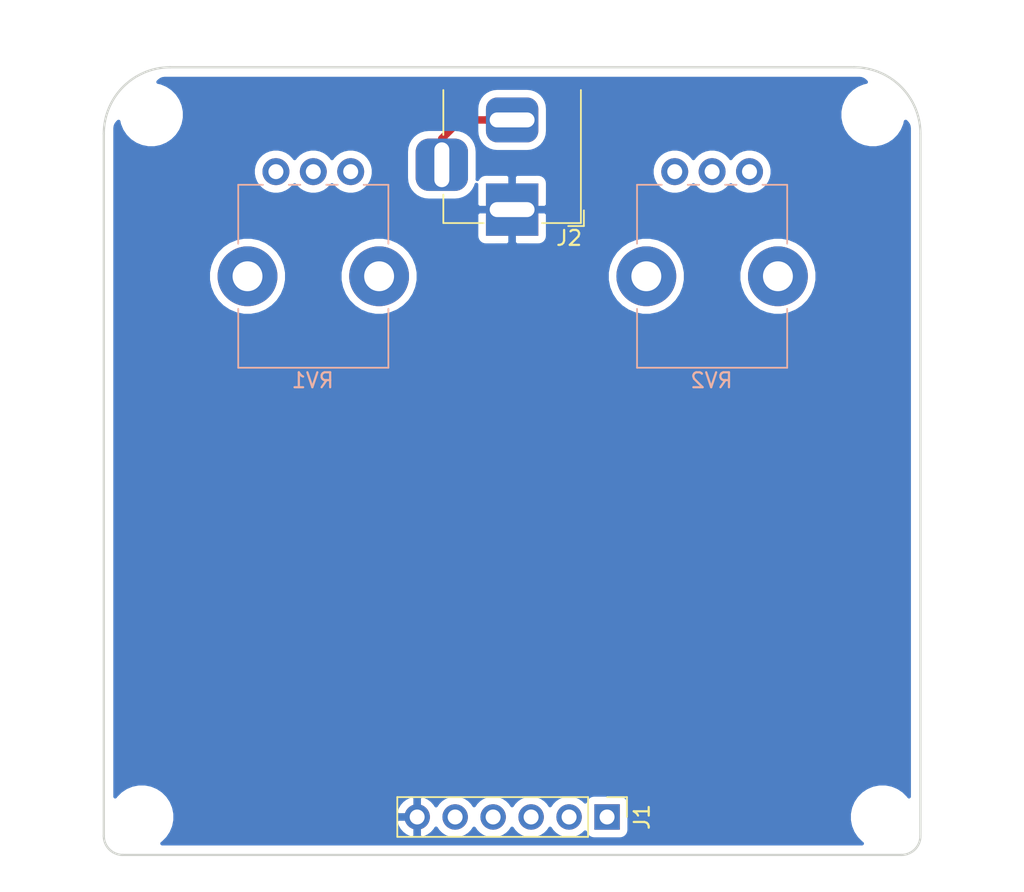
<source format=kicad_pcb>
(kicad_pcb (version 20171130) (host pcbnew 5.1.5)

  (general
    (thickness 1.6)
    (drawings 8)
    (tracks 4)
    (zones 0)
    (modules 8)
    (nets 13)
  )

  (page A4)
  (title_block
    (title "Pedal Template")
    (date 2020-03-11)
    (rev r01)
    (company "Nuclear Lighthouse Studios")
    (comment 1 "CC BY-SA")
  )

  (layers
    (0 F.Cu signal)
    (31 B.Cu signal)
    (36 B.SilkS user)
    (37 F.SilkS user)
    (38 B.Mask user)
    (39 F.Mask user)
    (44 Edge.Cuts user)
    (45 Margin user)
    (46 B.CrtYd user)
    (47 F.CrtYd user)
    (48 B.Fab user)
    (49 F.Fab user)
  )

  (setup
    (last_trace_width 0.5)
    (trace_clearance 0.25)
    (zone_clearance 0.508)
    (zone_45_only no)
    (trace_min 0.2)
    (via_size 0.8)
    (via_drill 0.4)
    (via_min_size 0.4)
    (via_min_drill 0.3)
    (uvia_size 0.3)
    (uvia_drill 0.1)
    (uvias_allowed no)
    (uvia_min_size 0.2)
    (uvia_min_drill 0.1)
    (edge_width 0.15)
    (segment_width 0.2)
    (pcb_text_width 0.3)
    (pcb_text_size 1.5 1.5)
    (mod_edge_width 0.15)
    (mod_text_size 1 1)
    (mod_text_width 0.15)
    (pad_size 1.524 1.524)
    (pad_drill 0.762)
    (pad_to_mask_clearance 0.051)
    (solder_mask_min_width 0.25)
    (aux_axis_origin 0 0)
    (grid_origin 115.57 73.66)
    (visible_elements FFFFFF7F)
    (pcbplotparams
      (layerselection 0x010f0_ffffffff)
      (usegerberextensions false)
      (usegerberattributes false)
      (usegerberadvancedattributes false)
      (creategerberjobfile false)
      (excludeedgelayer true)
      (linewidth 0.150000)
      (plotframeref false)
      (viasonmask false)
      (mode 1)
      (useauxorigin false)
      (hpglpennumber 1)
      (hpglpenspeed 20)
      (hpglpendiameter 15.000000)
      (psnegative false)
      (psa4output false)
      (plotreference true)
      (plotvalue true)
      (plotinvisibletext false)
      (padsonsilk false)
      (subtractmaskfromsilk false)
      (outputformat 1)
      (mirror false)
      (drillshape 0)
      (scaleselection 1)
      (outputdirectory "gerber/"))
  )

  (net 0 "")
  (net 1 GND)
  (net 2 +9V)
  (net 3 Input)
  (net 4 Output)
  (net 5 +9VA)
  (net 6 "Net-(RV1-Pad1)")
  (net 7 "Net-(RV2-Pad1)")
  (net 8 -9VA)
  (net 9 "Net-(RV1-Pad3)")
  (net 10 "Net-(RV1-Pad2)")
  (net 11 "Net-(RV2-Pad3)")
  (net 12 "Net-(RV2-Pad2)")

  (net_class Default "This is the default net class."
    (clearance 0.25)
    (trace_width 0.5)
    (via_dia 0.8)
    (via_drill 0.4)
    (uvia_dia 0.3)
    (uvia_drill 0.1)
    (add_net +9V)
    (add_net +9VA)
    (add_net -9VA)
    (add_net GND)
    (add_net Input)
    (add_net "Net-(RV1-Pad1)")
    (add_net "Net-(RV1-Pad2)")
    (add_net "Net-(RV1-Pad3)")
    (add_net "Net-(RV2-Pad1)")
    (add_net "Net-(RV2-Pad2)")
    (add_net "Net-(RV2-Pad3)")
    (add_net Output)
  )

  (module Potentiometer_THT:Potentiometer_Alps_RK09K_Single_Vertical (layer B.Cu) (tedit 5A3D4993) (tstamp 5D0A45CE)
    (at 104.775 60.325 270)
    (descr "Potentiometer, vertical, Alps RK09K Single, http://www.alps.com/prod/info/E/HTML/Potentiometer/RotaryPotentiometers/RK09K/RK09K_list.html")
    (tags "Potentiometer vertical Alps RK09K Single")
    (path /5E6C0A94)
    (fp_text reference RV1 (at 13.97 2.54 180) (layer B.SilkS)
      (effects (font (size 1 1) (thickness 0.15)) (justify mirror))
    )
    (fp_text value 100k (at 6.05 -5.15 90) (layer B.Fab)
      (effects (font (size 1 1) (thickness 0.15)) (justify mirror))
    )
    (fp_circle (center 7.5 2.5) (end 10.5 2.5) (layer B.Fab) (width 0.1))
    (fp_line (start 1 7.4) (end 1 -2.4) (layer B.Fab) (width 0.1))
    (fp_line (start 1 -2.4) (end 13 -2.4) (layer B.Fab) (width 0.1))
    (fp_line (start 13 -2.4) (end 13 7.4) (layer B.Fab) (width 0.1))
    (fp_line (start 13 7.4) (end 1 7.4) (layer B.Fab) (width 0.1))
    (fp_line (start 0.88 7.521) (end 4.817 7.521) (layer B.SilkS) (width 0.12))
    (fp_line (start 9.184 7.521) (end 13.12 7.521) (layer B.SilkS) (width 0.12))
    (fp_line (start 0.88 -2.52) (end 4.817 -2.52) (layer B.SilkS) (width 0.12))
    (fp_line (start 9.184 -2.52) (end 13.12 -2.52) (layer B.SilkS) (width 0.12))
    (fp_line (start 0.88 7.521) (end 0.88 5.871) (layer B.SilkS) (width 0.12))
    (fp_line (start 0.88 4.129) (end 0.88 3.37) (layer B.SilkS) (width 0.12))
    (fp_line (start 0.88 1.629) (end 0.88 0.87) (layer B.SilkS) (width 0.12))
    (fp_line (start 0.88 -0.87) (end 0.88 -2.52) (layer B.SilkS) (width 0.12))
    (fp_line (start 13.12 7.521) (end 13.12 -2.52) (layer B.SilkS) (width 0.12))
    (fp_line (start -1.15 9.15) (end -1.15 -4.15) (layer B.CrtYd) (width 0.05))
    (fp_line (start -1.15 -4.15) (end 13.25 -4.15) (layer B.CrtYd) (width 0.05))
    (fp_line (start 13.25 -4.15) (end 13.25 9.15) (layer B.CrtYd) (width 0.05))
    (fp_line (start 13.25 9.15) (end -1.15 9.15) (layer B.CrtYd) (width 0.05))
    (fp_text user %R (at 2 2.5 180) (layer B.Fab)
      (effects (font (size 1 1) (thickness 0.15)) (justify mirror))
    )
    (pad 3 thru_hole circle (at 0 5 270) (size 1.8 1.8) (drill 1) (layers *.Cu *.Mask)
      (net 9 "Net-(RV1-Pad3)"))
    (pad 2 thru_hole circle (at 0 2.5 270) (size 1.8 1.8) (drill 1) (layers *.Cu *.Mask)
      (net 10 "Net-(RV1-Pad2)"))
    (pad 1 thru_hole circle (at 0 0 270) (size 1.8 1.8) (drill 1) (layers *.Cu *.Mask)
      (net 6 "Net-(RV1-Pad1)"))
    (pad "" np_thru_hole circle (at 7 6.9 270) (size 4 4) (drill 2) (layers *.Cu *.Mask))
    (pad "" np_thru_hole circle (at 7 -1.9 270) (size 4 4) (drill 2) (layers *.Cu *.Mask))
    (model ../../Libs/3D/RK09D1130-25.STEP
      (offset (xyz 7 2.5 6))
      (scale (xyz 1 1 1))
      (rotate (xyz 0 180 90))
    )
  )

  (module Potentiometer_THT:Potentiometer_Alps_RK09K_Single_Vertical (layer B.Cu) (tedit 5A3D4993) (tstamp 5D0A7467)
    (at 131.445 60.325 270)
    (descr "Potentiometer, vertical, Alps RK09K Single, http://www.alps.com/prod/info/E/HTML/Potentiometer/RotaryPotentiometers/RK09K/RK09K_list.html")
    (tags "Potentiometer vertical Alps RK09K Single")
    (path /5E6C0A8E)
    (fp_text reference RV2 (at 13.97 2.54 180) (layer B.SilkS)
      (effects (font (size 1 1) (thickness 0.15)) (justify mirror))
    )
    (fp_text value 100k (at 6.05 -5.15 90) (layer B.Fab)
      (effects (font (size 1 1) (thickness 0.15)) (justify mirror))
    )
    (fp_circle (center 7.5 2.5) (end 10.5 2.5) (layer B.Fab) (width 0.1))
    (fp_line (start 1 7.4) (end 1 -2.4) (layer B.Fab) (width 0.1))
    (fp_line (start 1 -2.4) (end 13 -2.4) (layer B.Fab) (width 0.1))
    (fp_line (start 13 -2.4) (end 13 7.4) (layer B.Fab) (width 0.1))
    (fp_line (start 13 7.4) (end 1 7.4) (layer B.Fab) (width 0.1))
    (fp_line (start 0.88 7.521) (end 4.817 7.521) (layer B.SilkS) (width 0.12))
    (fp_line (start 9.184 7.521) (end 13.12 7.521) (layer B.SilkS) (width 0.12))
    (fp_line (start 0.88 -2.52) (end 4.817 -2.52) (layer B.SilkS) (width 0.12))
    (fp_line (start 9.184 -2.52) (end 13.12 -2.52) (layer B.SilkS) (width 0.12))
    (fp_line (start 0.88 7.521) (end 0.88 5.871) (layer B.SilkS) (width 0.12))
    (fp_line (start 0.88 4.129) (end 0.88 3.37) (layer B.SilkS) (width 0.12))
    (fp_line (start 0.88 1.629) (end 0.88 0.87) (layer B.SilkS) (width 0.12))
    (fp_line (start 0.88 -0.87) (end 0.88 -2.52) (layer B.SilkS) (width 0.12))
    (fp_line (start 13.12 7.521) (end 13.12 -2.52) (layer B.SilkS) (width 0.12))
    (fp_line (start -1.15 9.15) (end -1.15 -4.15) (layer B.CrtYd) (width 0.05))
    (fp_line (start -1.15 -4.15) (end 13.25 -4.15) (layer B.CrtYd) (width 0.05))
    (fp_line (start 13.25 -4.15) (end 13.25 9.15) (layer B.CrtYd) (width 0.05))
    (fp_line (start 13.25 9.15) (end -1.15 9.15) (layer B.CrtYd) (width 0.05))
    (fp_text user %R (at 2 2.5 180) (layer B.Fab)
      (effects (font (size 1 1) (thickness 0.15)) (justify mirror))
    )
    (pad 3 thru_hole circle (at 0 5 270) (size 1.8 1.8) (drill 1) (layers *.Cu *.Mask)
      (net 11 "Net-(RV2-Pad3)"))
    (pad 2 thru_hole circle (at 0 2.5 270) (size 1.8 1.8) (drill 1) (layers *.Cu *.Mask)
      (net 12 "Net-(RV2-Pad2)"))
    (pad 1 thru_hole circle (at 0 0 270) (size 1.8 1.8) (drill 1) (layers *.Cu *.Mask)
      (net 7 "Net-(RV2-Pad1)"))
    (pad "" np_thru_hole circle (at 7 6.9 270) (size 4 4) (drill 2) (layers *.Cu *.Mask))
    (pad "" np_thru_hole circle (at 7 -1.9 270) (size 4 4) (drill 2) (layers *.Cu *.Mask))
    (model ../../Libs/3D/RK09D1130-25.STEP
      (offset (xyz 7 2.5 6))
      (scale (xyz 1 1 1))
      (rotate (xyz 0 180 90))
    )
  )

  (module Connector_PinHeader_2.54mm:PinHeader_1x06_P2.54mm_Vertical (layer F.Cu) (tedit 59FED5CC) (tstamp 5BFC548B)
    (at 121.92 103.505 270)
    (descr "Through hole straight pin header, 1x06, 2.54mm pitch, single row")
    (tags "Through hole pin header THT 1x06 2.54mm single row")
    (path /5D2BD68E)
    (fp_text reference J1 (at 0 -2.33 90) (layer F.SilkS)
      (effects (font (size 1 1) (thickness 0.15)))
    )
    (fp_text value Conn_01x06_Female (at 3.175 6.35 180) (layer F.Fab)
      (effects (font (size 1 1) (thickness 0.15)))
    )
    (fp_text user %R (at 0 6.35) (layer F.Fab)
      (effects (font (size 1 1) (thickness 0.15)))
    )
    (fp_line (start 1.8 -1.8) (end -1.8 -1.8) (layer F.CrtYd) (width 0.05))
    (fp_line (start 1.8 14.5) (end 1.8 -1.8) (layer F.CrtYd) (width 0.05))
    (fp_line (start -1.8 14.5) (end 1.8 14.5) (layer F.CrtYd) (width 0.05))
    (fp_line (start -1.8 -1.8) (end -1.8 14.5) (layer F.CrtYd) (width 0.05))
    (fp_line (start -1.33 -1.33) (end 0 -1.33) (layer F.SilkS) (width 0.12))
    (fp_line (start -1.33 0) (end -1.33 -1.33) (layer F.SilkS) (width 0.12))
    (fp_line (start -1.33 1.27) (end 1.33 1.27) (layer F.SilkS) (width 0.12))
    (fp_line (start 1.33 1.27) (end 1.33 14.03) (layer F.SilkS) (width 0.12))
    (fp_line (start -1.33 1.27) (end -1.33 14.03) (layer F.SilkS) (width 0.12))
    (fp_line (start -1.33 14.03) (end 1.33 14.03) (layer F.SilkS) (width 0.12))
    (fp_line (start -1.27 -0.635) (end -0.635 -1.27) (layer F.Fab) (width 0.1))
    (fp_line (start -1.27 13.97) (end -1.27 -0.635) (layer F.Fab) (width 0.1))
    (fp_line (start 1.27 13.97) (end -1.27 13.97) (layer F.Fab) (width 0.1))
    (fp_line (start 1.27 -1.27) (end 1.27 13.97) (layer F.Fab) (width 0.1))
    (fp_line (start -0.635 -1.27) (end 1.27 -1.27) (layer F.Fab) (width 0.1))
    (pad 6 thru_hole oval (at 0 12.7 270) (size 1.7 1.7) (drill 1) (layers *.Cu *.Mask)
      (net 1 GND))
    (pad 5 thru_hole oval (at 0 10.16 270) (size 1.7 1.7) (drill 1) (layers *.Cu *.Mask)
      (net 2 +9V))
    (pad 4 thru_hole oval (at 0 7.62 270) (size 1.7 1.7) (drill 1) (layers *.Cu *.Mask)
      (net 3 Input))
    (pad 3 thru_hole oval (at 0 5.08 270) (size 1.7 1.7) (drill 1) (layers *.Cu *.Mask)
      (net 4 Output))
    (pad 2 thru_hole oval (at 0 2.54 270) (size 1.7 1.7) (drill 1) (layers *.Cu *.Mask)
      (net 8 -9VA))
    (pad 1 thru_hole rect (at 0 0 270) (size 1.7 1.7) (drill 1) (layers *.Cu *.Mask)
      (net 5 +9VA))
    (model ${KISYS3DMOD}/Connector_PinHeader_2.54mm.3dshapes/PinHeader_1x06_P2.54mm_Vertical.wrl
      (at (xyz 0 0 0))
      (scale (xyz 1 1 1))
      (rotate (xyz 0 0 0))
    )
  )

  (module MountingHole:MountingHole_3.2mm_M3 locked (layer F.Cu) (tedit 56D1B4CB) (tstamp 5D0A81F9)
    (at 90.805 103.505)
    (descr "Mounting Hole 3.2mm, no annular, M3")
    (tags "mounting hole 3.2mm no annular m3")
    (attr virtual)
    (fp_text reference REF** (at 0 -4.2) (layer F.SilkS) hide
      (effects (font (size 1 1) (thickness 0.15)))
    )
    (fp_text value MountingHole_3.2mm_M3 (at 0 4.2) (layer F.Fab)
      (effects (font (size 1 1) (thickness 0.15)))
    )
    (fp_circle (center 0 0) (end 3.45 0) (layer F.CrtYd) (width 0.05))
    (fp_circle (center 0 0) (end 3.2 0) (layer Cmts.User) (width 0.15))
    (fp_text user %R (at 0.3 0) (layer F.Fab) hide
      (effects (font (size 1 1) (thickness 0.15)))
    )
    (pad 1 np_thru_hole circle (at 0 0) (size 3.2 3.2) (drill 3.2) (layers *.Cu *.Mask))
  )

  (module MountingHole:MountingHole_3.2mm_M3 locked (layer F.Cu) (tedit 56D1B4CB) (tstamp 5D0A81EB)
    (at 140.335 103.505)
    (descr "Mounting Hole 3.2mm, no annular, M3")
    (tags "mounting hole 3.2mm no annular m3")
    (attr virtual)
    (fp_text reference REF** (at 0 -4.2) (layer F.SilkS) hide
      (effects (font (size 1 1) (thickness 0.15)))
    )
    (fp_text value MountingHole_3.2mm_M3 (at 0 4.2) (layer F.Fab)
      (effects (font (size 1 1) (thickness 0.15)))
    )
    (fp_text user %R (at 0.3 0) (layer F.Fab) hide
      (effects (font (size 1 1) (thickness 0.15)))
    )
    (fp_circle (center 0 0) (end 3.2 0) (layer Cmts.User) (width 0.15))
    (fp_circle (center 0 0) (end 3.45 0) (layer F.CrtYd) (width 0.05))
    (pad 1 np_thru_hole circle (at 0 0) (size 3.2 3.2) (drill 3.2) (layers *.Cu *.Mask))
  )

  (module MountingHole:MountingHole_3.2mm_M3 locked (layer F.Cu) (tedit 56D1B4CB) (tstamp 5D0A81B9)
    (at 91.44 56.515)
    (descr "Mounting Hole 3.2mm, no annular, M3")
    (tags "mounting hole 3.2mm no annular m3")
    (attr virtual)
    (fp_text reference REF** (at 0 -4.2) (layer F.SilkS) hide
      (effects (font (size 1 1) (thickness 0.15)))
    )
    (fp_text value MountingHole_3.2mm_M3 (at 0 4.2) (layer F.Fab)
      (effects (font (size 1 1) (thickness 0.15)))
    )
    (fp_text user %R (at 0.3 0) (layer F.Fab) hide
      (effects (font (size 1 1) (thickness 0.15)))
    )
    (fp_circle (center 0 0) (end 3.2 0) (layer Cmts.User) (width 0.15))
    (fp_circle (center 0 0) (end 3.45 0) (layer F.CrtYd) (width 0.05))
    (pad 1 np_thru_hole circle (at 0 0) (size 3.2 3.2) (drill 3.2) (layers *.Cu *.Mask))
  )

  (module MountingHole:MountingHole_3.2mm_M3 locked (layer F.Cu) (tedit 56D1B4CB) (tstamp 5D0A8189)
    (at 139.7 56.515)
    (descr "Mounting Hole 3.2mm, no annular, M3")
    (tags "mounting hole 3.2mm no annular m3")
    (attr virtual)
    (fp_text reference REF** (at 0 -4.2) (layer F.SilkS) hide
      (effects (font (size 1 1) (thickness 0.15)))
    )
    (fp_text value MountingHole_3.2mm_M3 (at 0 4.2) (layer F.Fab)
      (effects (font (size 1 1) (thickness 0.15)))
    )
    (fp_circle (center 0 0) (end 3.45 0) (layer F.CrtYd) (width 0.05))
    (fp_circle (center 0 0) (end 3.2 0) (layer Cmts.User) (width 0.15))
    (fp_text user %R (at 0.3 0) (layer F.Fab) hide
      (effects (font (size 1 1) (thickness 0.15)))
    )
    (pad 1 np_thru_hole circle (at 0 0) (size 3.2 3.2) (drill 3.2) (layers *.Cu *.Mask))
  )

  (module NLS:BarrelJack_Horizontal_Short (layer F.Cu) (tedit 5BFAC8AC) (tstamp 5D693036)
    (at 115.57 62.865 270)
    (descr "DC Barrel Jack")
    (tags "Power Jack")
    (path /5BE333FF)
    (fp_text reference J2 (at 1.905 -3.81 180) (layer F.SilkS)
      (effects (font (size 1 1) (thickness 0.15)))
    )
    (fp_text value Barrel_Jack_Switch (at -6.2 -5.5 270) (layer F.Fab)
      (effects (font (size 1 1) (thickness 0.15)))
    )
    (fp_line (start 0 -4.5) (end -13.7 -4.5) (layer F.Fab) (width 0.1))
    (fp_line (start 0.8 4.5) (end 0.8 -3.75) (layer F.Fab) (width 0.1))
    (fp_line (start -13.7 4.5) (end 0.8 4.5) (layer F.Fab) (width 0.1))
    (fp_line (start -13.7 -4.5) (end -13.7 4.5) (layer F.Fab) (width 0.1))
    (fp_line (start -10.2 -4.5) (end -10.2 4.5) (layer F.Fab) (width 0.1))
    (fp_line (start 0.9 -4.6) (end 0.9 -2) (layer F.SilkS) (width 0.12))
    (fp_line (start -8 -4.6) (end 0.9 -4.6) (layer F.SilkS) (width 0.12))
    (fp_line (start 0.9 4.6) (end -1 4.6) (layer F.SilkS) (width 0.12))
    (fp_line (start 0.9 1.9) (end 0.9 4.6) (layer F.SilkS) (width 0.12))
    (fp_line (start -5 4.6) (end -8 4.6) (layer F.SilkS) (width 0.12))
    (fp_line (start -14 4.75) (end -14 -4.75) (layer F.CrtYd) (width 0.05))
    (fp_line (start -5 4.75) (end -14 4.75) (layer F.CrtYd) (width 0.05))
    (fp_line (start -5 6.75) (end -5 4.75) (layer F.CrtYd) (width 0.05))
    (fp_line (start -1 6.75) (end -5 6.75) (layer F.CrtYd) (width 0.05))
    (fp_line (start -1 4.75) (end -1 6.75) (layer F.CrtYd) (width 0.05))
    (fp_line (start 1 4.75) (end -1 4.75) (layer F.CrtYd) (width 0.05))
    (fp_line (start 1 2) (end 1 4.75) (layer F.CrtYd) (width 0.05))
    (fp_line (start 2 2) (end 1 2) (layer F.CrtYd) (width 0.05))
    (fp_line (start 2 -2) (end 2 2) (layer F.CrtYd) (width 0.05))
    (fp_line (start 1 -2) (end 2 -2) (layer F.CrtYd) (width 0.05))
    (fp_line (start 1 -4.5) (end 1 -2) (layer F.CrtYd) (width 0.05))
    (fp_line (start 1 -4.75) (end -14 -4.75) (layer F.CrtYd) (width 0.05))
    (fp_line (start 1 -4.5) (end 1 -4.75) (layer F.CrtYd) (width 0.05))
    (fp_line (start 0.05 -4.8) (end 1.1 -4.8) (layer F.SilkS) (width 0.12))
    (fp_line (start 1.1 -3.75) (end 1.1 -4.8) (layer F.SilkS) (width 0.12))
    (fp_line (start -0.003213 -4.505425) (end 0.8 -3.75) (layer F.Fab) (width 0.1))
    (fp_text user %R (at -3 -2.95 270) (layer F.Fab)
      (effects (font (size 1 1) (thickness 0.15)))
    )
    (pad 3 thru_hole roundrect (at -3 4.7 270) (size 3.5 3.5) (drill oval 3 1) (layers *.Cu *.Mask) (roundrect_rratio 0.25)
      (net 2 +9V))
    (pad 2 thru_hole roundrect (at -6 0 270) (size 3 3.5) (drill oval 1 3) (layers *.Cu *.Mask) (roundrect_rratio 0.25)
      (net 2 +9V))
    (pad 1 thru_hole rect (at 0 0 270) (size 3.5 3.5) (drill oval 1 3) (layers *.Cu *.Mask)
      (net 1 GND))
    (model ../../Libs/3D/CUI-PJ-102AH.step
      (offset (xyz -13.75 0 6.5))
      (scale (xyz 1 1 1))
      (rotate (xyz 90 -180 0))
    )
  )

  (gr_line (start 141.605 106.045) (end 89.535 106.045) (layer Edge.Cuts) (width 0.15))
  (gr_arc (start 138.43 57.785) (end 142.875 57.785) (angle -90) (layer Edge.Cuts) (width 0.15))
  (gr_arc (start 89.535 104.775) (end 88.265 104.775) (angle -90) (layer Edge.Cuts) (width 0.15))
  (gr_arc (start 141.605 104.775) (end 141.605 106.045) (angle -90) (layer Edge.Cuts) (width 0.15))
  (gr_arc (start 92.71 57.785) (end 92.71 53.34) (angle -90) (layer Edge.Cuts) (width 0.15))
  (gr_line (start 88.265 104.775) (end 88.265 57.785) (layer Edge.Cuts) (width 0.15))
  (gr_line (start 142.875 57.785) (end 142.875 104.775) (layer Edge.Cuts) (width 0.15))
  (gr_line (start 92.71 53.34) (end 138.43 53.34) (layer Edge.Cuts) (width 0.15))

  (segment (start 113.82 56.865) (end 115.57 56.865) (width 0.5) (layer F.Cu) (net 2))
  (segment (start 112.12 56.865) (end 113.82 56.865) (width 0.5) (layer F.Cu) (net 2))
  (segment (start 110.87 58.115) (end 112.12 56.865) (width 0.5) (layer F.Cu) (net 2))
  (segment (start 110.87 59.865) (end 110.87 58.115) (width 0.5) (layer F.Cu) (net 2))

  (zone (net 1) (net_name GND) (layer B.Cu) (tstamp 5DBED0F8) (hatch edge 0.508)
    (connect_pads (clearance 0.508))
    (min_thickness 0.254)
    (fill yes (arc_segments 32) (thermal_gap 0.508) (thermal_bridge_width 0.508) (smoothing fillet) (radius 0.635))
    (polygon
      (pts
        (xy 88.9 57.15) (xy 92.075 53.975) (xy 139.065 53.975) (xy 142.24 57.15) (xy 142.24 105.41)
        (xy 88.9 105.41)
      )
    )
    (filled_polygon
      (pts
        (xy 138.933171 54.120369) (xy 139.055428 54.17101) (xy 139.167065 54.256671) (xy 139.238422 54.328028) (xy 139.048075 54.36589)
        (xy 138.641331 54.534369) (xy 138.275271 54.778962) (xy 137.963962 55.090271) (xy 137.719369 55.456331) (xy 137.55089 55.863075)
        (xy 137.465 56.294872) (xy 137.465 56.735128) (xy 137.55089 57.166925) (xy 137.719369 57.573669) (xy 137.963962 57.939729)
        (xy 138.275271 58.251038) (xy 138.641331 58.495631) (xy 139.048075 58.66411) (xy 139.479872 58.75) (xy 139.920128 58.75)
        (xy 140.351925 58.66411) (xy 140.758669 58.495631) (xy 141.124729 58.251038) (xy 141.436038 57.939729) (xy 141.680631 57.573669)
        (xy 141.84911 57.166925) (xy 141.886972 56.976578) (xy 141.958329 57.047935) (xy 142.04399 57.159572) (xy 142.094631 57.281829)
        (xy 142.113 57.421354) (xy 142.113 102.143072) (xy 142.071038 102.080271) (xy 141.759729 101.768962) (xy 141.393669 101.524369)
        (xy 140.986925 101.35589) (xy 140.555128 101.27) (xy 140.114872 101.27) (xy 139.683075 101.35589) (xy 139.276331 101.524369)
        (xy 138.910271 101.768962) (xy 138.598962 102.080271) (xy 138.354369 102.446331) (xy 138.18589 102.853075) (xy 138.1 103.284872)
        (xy 138.1 103.725128) (xy 138.18589 104.156925) (xy 138.354369 104.563669) (xy 138.598962 104.929729) (xy 138.910271 105.241038)
        (xy 138.973072 105.283) (xy 92.166928 105.283) (xy 92.229729 105.241038) (xy 92.541038 104.929729) (xy 92.785631 104.563669)
        (xy 92.95411 104.156925) (xy 93.012796 103.861891) (xy 107.778519 103.861891) (xy 107.875843 104.136252) (xy 108.024822 104.386355)
        (xy 108.219731 104.602588) (xy 108.45308 104.776641) (xy 108.715901 104.901825) (xy 108.86311 104.946476) (xy 109.093 104.825155)
        (xy 109.093 103.632) (xy 107.899186 103.632) (xy 107.778519 103.861891) (xy 93.012796 103.861891) (xy 93.04 103.725128)
        (xy 93.04 103.284872) (xy 93.012797 103.148109) (xy 107.778519 103.148109) (xy 107.899186 103.378) (xy 109.093 103.378)
        (xy 109.093 102.184845) (xy 109.347 102.184845) (xy 109.347 103.378) (xy 109.367 103.378) (xy 109.367 103.632)
        (xy 109.347 103.632) (xy 109.347 104.825155) (xy 109.57689 104.946476) (xy 109.724099 104.901825) (xy 109.98692 104.776641)
        (xy 110.220269 104.602588) (xy 110.415178 104.386355) (xy 110.484805 104.269466) (xy 110.606525 104.451632) (xy 110.813368 104.658475)
        (xy 111.056589 104.82099) (xy 111.326842 104.932932) (xy 111.61374 104.99) (xy 111.90626 104.99) (xy 112.193158 104.932932)
        (xy 112.463411 104.82099) (xy 112.706632 104.658475) (xy 112.913475 104.451632) (xy 113.03 104.27724) (xy 113.146525 104.451632)
        (xy 113.353368 104.658475) (xy 113.596589 104.82099) (xy 113.866842 104.932932) (xy 114.15374 104.99) (xy 114.44626 104.99)
        (xy 114.733158 104.932932) (xy 115.003411 104.82099) (xy 115.246632 104.658475) (xy 115.453475 104.451632) (xy 115.57 104.27724)
        (xy 115.686525 104.451632) (xy 115.893368 104.658475) (xy 116.136589 104.82099) (xy 116.406842 104.932932) (xy 116.69374 104.99)
        (xy 116.98626 104.99) (xy 117.273158 104.932932) (xy 117.543411 104.82099) (xy 117.786632 104.658475) (xy 117.993475 104.451632)
        (xy 118.11 104.27724) (xy 118.226525 104.451632) (xy 118.433368 104.658475) (xy 118.676589 104.82099) (xy 118.946842 104.932932)
        (xy 119.23374 104.99) (xy 119.52626 104.99) (xy 119.813158 104.932932) (xy 120.083411 104.82099) (xy 120.326632 104.658475)
        (xy 120.458487 104.52662) (xy 120.480498 104.59918) (xy 120.539463 104.709494) (xy 120.618815 104.806185) (xy 120.715506 104.885537)
        (xy 120.82582 104.944502) (xy 120.945518 104.980812) (xy 121.07 104.993072) (xy 122.77 104.993072) (xy 122.894482 104.980812)
        (xy 123.01418 104.944502) (xy 123.124494 104.885537) (xy 123.221185 104.806185) (xy 123.300537 104.709494) (xy 123.359502 104.59918)
        (xy 123.395812 104.479482) (xy 123.408072 104.355) (xy 123.408072 102.655) (xy 123.395812 102.530518) (xy 123.359502 102.41082)
        (xy 123.300537 102.300506) (xy 123.221185 102.203815) (xy 123.124494 102.124463) (xy 123.01418 102.065498) (xy 122.894482 102.029188)
        (xy 122.77 102.016928) (xy 121.07 102.016928) (xy 120.945518 102.029188) (xy 120.82582 102.065498) (xy 120.715506 102.124463)
        (xy 120.618815 102.203815) (xy 120.539463 102.300506) (xy 120.480498 102.41082) (xy 120.458487 102.48338) (xy 120.326632 102.351525)
        (xy 120.083411 102.18901) (xy 119.813158 102.077068) (xy 119.52626 102.02) (xy 119.23374 102.02) (xy 118.946842 102.077068)
        (xy 118.676589 102.18901) (xy 118.433368 102.351525) (xy 118.226525 102.558368) (xy 118.11 102.73276) (xy 117.993475 102.558368)
        (xy 117.786632 102.351525) (xy 117.543411 102.18901) (xy 117.273158 102.077068) (xy 116.98626 102.02) (xy 116.69374 102.02)
        (xy 116.406842 102.077068) (xy 116.136589 102.18901) (xy 115.893368 102.351525) (xy 115.686525 102.558368) (xy 115.57 102.73276)
        (xy 115.453475 102.558368) (xy 115.246632 102.351525) (xy 115.003411 102.18901) (xy 114.733158 102.077068) (xy 114.44626 102.02)
        (xy 114.15374 102.02) (xy 113.866842 102.077068) (xy 113.596589 102.18901) (xy 113.353368 102.351525) (xy 113.146525 102.558368)
        (xy 113.03 102.73276) (xy 112.913475 102.558368) (xy 112.706632 102.351525) (xy 112.463411 102.18901) (xy 112.193158 102.077068)
        (xy 111.90626 102.02) (xy 111.61374 102.02) (xy 111.326842 102.077068) (xy 111.056589 102.18901) (xy 110.813368 102.351525)
        (xy 110.606525 102.558368) (xy 110.484805 102.740534) (xy 110.415178 102.623645) (xy 110.220269 102.407412) (xy 109.98692 102.233359)
        (xy 109.724099 102.108175) (xy 109.57689 102.063524) (xy 109.347 102.184845) (xy 109.093 102.184845) (xy 108.86311 102.063524)
        (xy 108.715901 102.108175) (xy 108.45308 102.233359) (xy 108.219731 102.407412) (xy 108.024822 102.623645) (xy 107.875843 102.873748)
        (xy 107.778519 103.148109) (xy 93.012797 103.148109) (xy 92.95411 102.853075) (xy 92.785631 102.446331) (xy 92.541038 102.080271)
        (xy 92.229729 101.768962) (xy 91.863669 101.524369) (xy 91.456925 101.35589) (xy 91.025128 101.27) (xy 90.584872 101.27)
        (xy 90.153075 101.35589) (xy 89.746331 101.524369) (xy 89.380271 101.768962) (xy 89.068962 102.080271) (xy 89.027 102.143072)
        (xy 89.027 67.065475) (xy 95.24 67.065475) (xy 95.24 67.584525) (xy 95.341261 68.093601) (xy 95.539893 68.573141)
        (xy 95.828262 69.004715) (xy 96.195285 69.371738) (xy 96.626859 69.660107) (xy 97.106399 69.858739) (xy 97.615475 69.96)
        (xy 98.134525 69.96) (xy 98.643601 69.858739) (xy 99.123141 69.660107) (xy 99.554715 69.371738) (xy 99.921738 69.004715)
        (xy 100.210107 68.573141) (xy 100.408739 68.093601) (xy 100.51 67.584525) (xy 100.51 67.065475) (xy 104.04 67.065475)
        (xy 104.04 67.584525) (xy 104.141261 68.093601) (xy 104.339893 68.573141) (xy 104.628262 69.004715) (xy 104.995285 69.371738)
        (xy 105.426859 69.660107) (xy 105.906399 69.858739) (xy 106.415475 69.96) (xy 106.934525 69.96) (xy 107.443601 69.858739)
        (xy 107.923141 69.660107) (xy 108.354715 69.371738) (xy 108.721738 69.004715) (xy 109.010107 68.573141) (xy 109.208739 68.093601)
        (xy 109.31 67.584525) (xy 109.31 67.065475) (xy 121.91 67.065475) (xy 121.91 67.584525) (xy 122.011261 68.093601)
        (xy 122.209893 68.573141) (xy 122.498262 69.004715) (xy 122.865285 69.371738) (xy 123.296859 69.660107) (xy 123.776399 69.858739)
        (xy 124.285475 69.96) (xy 124.804525 69.96) (xy 125.313601 69.858739) (xy 125.793141 69.660107) (xy 126.224715 69.371738)
        (xy 126.591738 69.004715) (xy 126.880107 68.573141) (xy 127.078739 68.093601) (xy 127.18 67.584525) (xy 127.18 67.065475)
        (xy 130.71 67.065475) (xy 130.71 67.584525) (xy 130.811261 68.093601) (xy 131.009893 68.573141) (xy 131.298262 69.004715)
        (xy 131.665285 69.371738) (xy 132.096859 69.660107) (xy 132.576399 69.858739) (xy 133.085475 69.96) (xy 133.604525 69.96)
        (xy 134.113601 69.858739) (xy 134.593141 69.660107) (xy 135.024715 69.371738) (xy 135.391738 69.004715) (xy 135.680107 68.573141)
        (xy 135.878739 68.093601) (xy 135.98 67.584525) (xy 135.98 67.065475) (xy 135.878739 66.556399) (xy 135.680107 66.076859)
        (xy 135.391738 65.645285) (xy 135.024715 65.278262) (xy 134.593141 64.989893) (xy 134.113601 64.791261) (xy 133.604525 64.69)
        (xy 133.085475 64.69) (xy 132.576399 64.791261) (xy 132.096859 64.989893) (xy 131.665285 65.278262) (xy 131.298262 65.645285)
        (xy 131.009893 66.076859) (xy 130.811261 66.556399) (xy 130.71 67.065475) (xy 127.18 67.065475) (xy 127.078739 66.556399)
        (xy 126.880107 66.076859) (xy 126.591738 65.645285) (xy 126.224715 65.278262) (xy 125.793141 64.989893) (xy 125.313601 64.791261)
        (xy 124.804525 64.69) (xy 124.285475 64.69) (xy 123.776399 64.791261) (xy 123.296859 64.989893) (xy 122.865285 65.278262)
        (xy 122.498262 65.645285) (xy 122.209893 66.076859) (xy 122.011261 66.556399) (xy 121.91 67.065475) (xy 109.31 67.065475)
        (xy 109.208739 66.556399) (xy 109.010107 66.076859) (xy 108.721738 65.645285) (xy 108.354715 65.278262) (xy 107.923141 64.989893)
        (xy 107.443601 64.791261) (xy 106.934525 64.69) (xy 106.415475 64.69) (xy 105.906399 64.791261) (xy 105.426859 64.989893)
        (xy 104.995285 65.278262) (xy 104.628262 65.645285) (xy 104.339893 66.076859) (xy 104.141261 66.556399) (xy 104.04 67.065475)
        (xy 100.51 67.065475) (xy 100.408739 66.556399) (xy 100.210107 66.076859) (xy 99.921738 65.645285) (xy 99.554715 65.278262)
        (xy 99.123141 64.989893) (xy 98.643601 64.791261) (xy 98.134525 64.69) (xy 97.615475 64.69) (xy 97.106399 64.791261)
        (xy 96.626859 64.989893) (xy 96.195285 65.278262) (xy 95.828262 65.645285) (xy 95.539893 66.076859) (xy 95.341261 66.556399)
        (xy 95.24 67.065475) (xy 89.027 67.065475) (xy 89.027 64.615) (xy 113.181928 64.615) (xy 113.194188 64.739482)
        (xy 113.230498 64.85918) (xy 113.289463 64.969494) (xy 113.368815 65.066185) (xy 113.465506 65.145537) (xy 113.57582 65.204502)
        (xy 113.695518 65.240812) (xy 113.82 65.253072) (xy 115.28425 65.25) (xy 115.443 65.09125) (xy 115.443 62.992)
        (xy 115.697 62.992) (xy 115.697 65.09125) (xy 115.85575 65.25) (xy 117.32 65.253072) (xy 117.444482 65.240812)
        (xy 117.56418 65.204502) (xy 117.674494 65.145537) (xy 117.771185 65.066185) (xy 117.850537 64.969494) (xy 117.909502 64.85918)
        (xy 117.945812 64.739482) (xy 117.958072 64.615) (xy 117.955 63.15075) (xy 117.79625 62.992) (xy 115.697 62.992)
        (xy 115.443 62.992) (xy 113.34375 62.992) (xy 113.185 63.15075) (xy 113.181928 64.615) (xy 89.027 64.615)
        (xy 89.027 60.173816) (xy 98.24 60.173816) (xy 98.24 60.476184) (xy 98.298989 60.772743) (xy 98.414701 61.052095)
        (xy 98.582688 61.303505) (xy 98.796495 61.517312) (xy 99.047905 61.685299) (xy 99.327257 61.801011) (xy 99.623816 61.86)
        (xy 99.926184 61.86) (xy 100.222743 61.801011) (xy 100.502095 61.685299) (xy 100.753505 61.517312) (xy 100.967312 61.303505)
        (xy 101.025 61.217169) (xy 101.082688 61.303505) (xy 101.296495 61.517312) (xy 101.547905 61.685299) (xy 101.827257 61.801011)
        (xy 102.123816 61.86) (xy 102.426184 61.86) (xy 102.722743 61.801011) (xy 103.002095 61.685299) (xy 103.253505 61.517312)
        (xy 103.467312 61.303505) (xy 103.525 61.217169) (xy 103.582688 61.303505) (xy 103.796495 61.517312) (xy 104.047905 61.685299)
        (xy 104.327257 61.801011) (xy 104.623816 61.86) (xy 104.926184 61.86) (xy 105.222743 61.801011) (xy 105.502095 61.685299)
        (xy 105.753505 61.517312) (xy 105.967312 61.303505) (xy 106.135299 61.052095) (xy 106.251011 60.772743) (xy 106.31 60.476184)
        (xy 106.31 60.173816) (xy 106.251011 59.877257) (xy 106.135299 59.597905) (xy 105.967312 59.346495) (xy 105.753505 59.132688)
        (xy 105.539958 58.99) (xy 108.481928 58.99) (xy 108.481928 60.74) (xy 108.511001 61.035186) (xy 108.597104 61.319028)
        (xy 108.736927 61.580618) (xy 108.925097 61.809903) (xy 109.154382 61.998073) (xy 109.415972 62.137896) (xy 109.699814 62.223999)
        (xy 109.995 62.253072) (xy 111.745 62.253072) (xy 112.040186 62.223999) (xy 112.324028 62.137896) (xy 112.585618 61.998073)
        (xy 112.814903 61.809903) (xy 113.003073 61.580618) (xy 113.142896 61.319028) (xy 113.182085 61.18984) (xy 113.185 62.57925)
        (xy 113.34375 62.738) (xy 115.443 62.738) (xy 115.443 60.63875) (xy 115.697 60.63875) (xy 115.697 62.738)
        (xy 117.79625 62.738) (xy 117.955 62.57925) (xy 117.958072 61.115) (xy 117.945812 60.990518) (xy 117.909502 60.87082)
        (xy 117.850537 60.760506) (xy 117.771185 60.663815) (xy 117.674494 60.584463) (xy 117.56418 60.525498) (xy 117.444482 60.489188)
        (xy 117.32 60.476928) (xy 115.85575 60.48) (xy 115.697 60.63875) (xy 115.443 60.63875) (xy 115.28425 60.48)
        (xy 113.82 60.476928) (xy 113.695518 60.489188) (xy 113.57582 60.525498) (xy 113.465506 60.584463) (xy 113.368815 60.663815)
        (xy 113.289463 60.760506) (xy 113.248506 60.837131) (xy 113.258072 60.74) (xy 113.258072 60.173816) (xy 124.91 60.173816)
        (xy 124.91 60.476184) (xy 124.968989 60.772743) (xy 125.084701 61.052095) (xy 125.252688 61.303505) (xy 125.466495 61.517312)
        (xy 125.717905 61.685299) (xy 125.997257 61.801011) (xy 126.293816 61.86) (xy 126.596184 61.86) (xy 126.892743 61.801011)
        (xy 127.172095 61.685299) (xy 127.423505 61.517312) (xy 127.637312 61.303505) (xy 127.695 61.217169) (xy 127.752688 61.303505)
        (xy 127.966495 61.517312) (xy 128.217905 61.685299) (xy 128.497257 61.801011) (xy 128.793816 61.86) (xy 129.096184 61.86)
        (xy 129.392743 61.801011) (xy 129.672095 61.685299) (xy 129.923505 61.517312) (xy 130.137312 61.303505) (xy 130.195 61.217169)
        (xy 130.252688 61.303505) (xy 130.466495 61.517312) (xy 130.717905 61.685299) (xy 130.997257 61.801011) (xy 131.293816 61.86)
        (xy 131.596184 61.86) (xy 131.892743 61.801011) (xy 132.172095 61.685299) (xy 132.423505 61.517312) (xy 132.637312 61.303505)
        (xy 132.805299 61.052095) (xy 132.921011 60.772743) (xy 132.98 60.476184) (xy 132.98 60.173816) (xy 132.921011 59.877257)
        (xy 132.805299 59.597905) (xy 132.637312 59.346495) (xy 132.423505 59.132688) (xy 132.172095 58.964701) (xy 131.892743 58.848989)
        (xy 131.596184 58.79) (xy 131.293816 58.79) (xy 130.997257 58.848989) (xy 130.717905 58.964701) (xy 130.466495 59.132688)
        (xy 130.252688 59.346495) (xy 130.195 59.432831) (xy 130.137312 59.346495) (xy 129.923505 59.132688) (xy 129.672095 58.964701)
        (xy 129.392743 58.848989) (xy 129.096184 58.79) (xy 128.793816 58.79) (xy 128.497257 58.848989) (xy 128.217905 58.964701)
        (xy 127.966495 59.132688) (xy 127.752688 59.346495) (xy 127.695 59.432831) (xy 127.637312 59.346495) (xy 127.423505 59.132688)
        (xy 127.172095 58.964701) (xy 126.892743 58.848989) (xy 126.596184 58.79) (xy 126.293816 58.79) (xy 125.997257 58.848989)
        (xy 125.717905 58.964701) (xy 125.466495 59.132688) (xy 125.252688 59.346495) (xy 125.084701 59.597905) (xy 124.968989 59.877257)
        (xy 124.91 60.173816) (xy 113.258072 60.173816) (xy 113.258072 58.99) (xy 113.228999 58.694814) (xy 113.142896 58.410972)
        (xy 113.003073 58.149382) (xy 112.814903 57.920097) (xy 112.585618 57.731927) (xy 112.324028 57.592104) (xy 112.040186 57.506001)
        (xy 111.745 57.476928) (xy 109.995 57.476928) (xy 109.699814 57.506001) (xy 109.415972 57.592104) (xy 109.154382 57.731927)
        (xy 108.925097 57.920097) (xy 108.736927 58.149382) (xy 108.597104 58.410972) (xy 108.511001 58.694814) (xy 108.481928 58.99)
        (xy 105.539958 58.99) (xy 105.502095 58.964701) (xy 105.222743 58.848989) (xy 104.926184 58.79) (xy 104.623816 58.79)
        (xy 104.327257 58.848989) (xy 104.047905 58.964701) (xy 103.796495 59.132688) (xy 103.582688 59.346495) (xy 103.525 59.432831)
        (xy 103.467312 59.346495) (xy 103.253505 59.132688) (xy 103.002095 58.964701) (xy 102.722743 58.848989) (xy 102.426184 58.79)
        (xy 102.123816 58.79) (xy 101.827257 58.848989) (xy 101.547905 58.964701) (xy 101.296495 59.132688) (xy 101.082688 59.346495)
        (xy 101.025 59.432831) (xy 100.967312 59.346495) (xy 100.753505 59.132688) (xy 100.502095 58.964701) (xy 100.222743 58.848989)
        (xy 99.926184 58.79) (xy 99.623816 58.79) (xy 99.327257 58.848989) (xy 99.047905 58.964701) (xy 98.796495 59.132688)
        (xy 98.582688 59.346495) (xy 98.414701 59.597905) (xy 98.298989 59.877257) (xy 98.24 60.173816) (xy 89.027 60.173816)
        (xy 89.027 57.421354) (xy 89.045369 57.281829) (xy 89.09601 57.159572) (xy 89.181671 57.047935) (xy 89.253028 56.976578)
        (xy 89.29089 57.166925) (xy 89.459369 57.573669) (xy 89.703962 57.939729) (xy 90.015271 58.251038) (xy 90.381331 58.495631)
        (xy 90.788075 58.66411) (xy 91.219872 58.75) (xy 91.660128 58.75) (xy 92.091925 58.66411) (xy 92.498669 58.495631)
        (xy 92.864729 58.251038) (xy 93.176038 57.939729) (xy 93.420631 57.573669) (xy 93.58911 57.166925) (xy 93.675 56.735128)
        (xy 93.675 56.294872) (xy 93.639222 56.115) (xy 113.181928 56.115) (xy 113.181928 57.615) (xy 113.208599 57.885799)
        (xy 113.287589 58.146192) (xy 113.41586 58.386171) (xy 113.588485 58.596515) (xy 113.798829 58.76914) (xy 114.038808 58.897411)
        (xy 114.299201 58.976401) (xy 114.57 59.003072) (xy 116.57 59.003072) (xy 116.840799 58.976401) (xy 117.101192 58.897411)
        (xy 117.341171 58.76914) (xy 117.551515 58.596515) (xy 117.72414 58.386171) (xy 117.852411 58.146192) (xy 117.931401 57.885799)
        (xy 117.958072 57.615) (xy 117.958072 56.115) (xy 117.931401 55.844201) (xy 117.852411 55.583808) (xy 117.72414 55.343829)
        (xy 117.551515 55.133485) (xy 117.341171 54.96086) (xy 117.101192 54.832589) (xy 116.840799 54.753599) (xy 116.57 54.726928)
        (xy 114.57 54.726928) (xy 114.299201 54.753599) (xy 114.038808 54.832589) (xy 113.798829 54.96086) (xy 113.588485 55.133485)
        (xy 113.41586 55.343829) (xy 113.287589 55.583808) (xy 113.208599 55.844201) (xy 113.181928 56.115) (xy 93.639222 56.115)
        (xy 93.58911 55.863075) (xy 93.420631 55.456331) (xy 93.176038 55.090271) (xy 92.864729 54.778962) (xy 92.498669 54.534369)
        (xy 92.091925 54.36589) (xy 91.901578 54.328028) (xy 91.972935 54.256671) (xy 92.084572 54.17101) (xy 92.206829 54.120369)
        (xy 92.346354 54.102) (xy 138.793646 54.102)
      )
    )
  )
)

</source>
